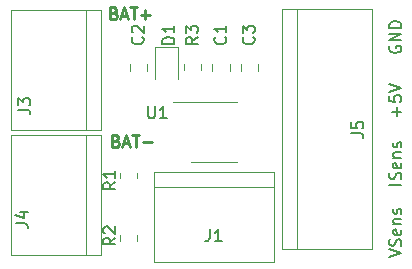
<source format=gbr>
%TF.GenerationSoftware,KiCad,Pcbnew,7.0.8*%
%TF.CreationDate,2024-03-30T04:59:33+03:00*%
%TF.ProjectId,PowerSensor,506f7765-7253-4656-9e73-6f722e6b6963,rev?*%
%TF.SameCoordinates,Original*%
%TF.FileFunction,Legend,Top*%
%TF.FilePolarity,Positive*%
%FSLAX46Y46*%
G04 Gerber Fmt 4.6, Leading zero omitted, Abs format (unit mm)*
G04 Created by KiCad (PCBNEW 7.0.8) date 2024-03-30 04:59:33*
%MOMM*%
%LPD*%
G01*
G04 APERTURE LIST*
%ADD10C,0.150000*%
%ADD11C,0.250000*%
%ADD12C,0.120000*%
G04 APERTURE END LIST*
D10*
X125069819Y-96663220D02*
X124069819Y-96663220D01*
X125022200Y-96234649D02*
X125069819Y-96091792D01*
X125069819Y-96091792D02*
X125069819Y-95853697D01*
X125069819Y-95853697D02*
X125022200Y-95758459D01*
X125022200Y-95758459D02*
X124974580Y-95710840D01*
X124974580Y-95710840D02*
X124879342Y-95663221D01*
X124879342Y-95663221D02*
X124784104Y-95663221D01*
X124784104Y-95663221D02*
X124688866Y-95710840D01*
X124688866Y-95710840D02*
X124641247Y-95758459D01*
X124641247Y-95758459D02*
X124593628Y-95853697D01*
X124593628Y-95853697D02*
X124546009Y-96044173D01*
X124546009Y-96044173D02*
X124498390Y-96139411D01*
X124498390Y-96139411D02*
X124450771Y-96187030D01*
X124450771Y-96187030D02*
X124355533Y-96234649D01*
X124355533Y-96234649D02*
X124260295Y-96234649D01*
X124260295Y-96234649D02*
X124165057Y-96187030D01*
X124165057Y-96187030D02*
X124117438Y-96139411D01*
X124117438Y-96139411D02*
X124069819Y-96044173D01*
X124069819Y-96044173D02*
X124069819Y-95806078D01*
X124069819Y-95806078D02*
X124117438Y-95663221D01*
X125022200Y-94853697D02*
X125069819Y-94948935D01*
X125069819Y-94948935D02*
X125069819Y-95139411D01*
X125069819Y-95139411D02*
X125022200Y-95234649D01*
X125022200Y-95234649D02*
X124926961Y-95282268D01*
X124926961Y-95282268D02*
X124546009Y-95282268D01*
X124546009Y-95282268D02*
X124450771Y-95234649D01*
X124450771Y-95234649D02*
X124403152Y-95139411D01*
X124403152Y-95139411D02*
X124403152Y-94948935D01*
X124403152Y-94948935D02*
X124450771Y-94853697D01*
X124450771Y-94853697D02*
X124546009Y-94806078D01*
X124546009Y-94806078D02*
X124641247Y-94806078D01*
X124641247Y-94806078D02*
X124736485Y-95282268D01*
X124403152Y-94377506D02*
X125069819Y-94377506D01*
X124498390Y-94377506D02*
X124450771Y-94329887D01*
X124450771Y-94329887D02*
X124403152Y-94234649D01*
X124403152Y-94234649D02*
X124403152Y-94091792D01*
X124403152Y-94091792D02*
X124450771Y-93996554D01*
X124450771Y-93996554D02*
X124546009Y-93948935D01*
X124546009Y-93948935D02*
X125069819Y-93948935D01*
X125022200Y-93520363D02*
X125069819Y-93425125D01*
X125069819Y-93425125D02*
X125069819Y-93234649D01*
X125069819Y-93234649D02*
X125022200Y-93139411D01*
X125022200Y-93139411D02*
X124926961Y-93091792D01*
X124926961Y-93091792D02*
X124879342Y-93091792D01*
X124879342Y-93091792D02*
X124784104Y-93139411D01*
X124784104Y-93139411D02*
X124736485Y-93234649D01*
X124736485Y-93234649D02*
X124736485Y-93377506D01*
X124736485Y-93377506D02*
X124688866Y-93472744D01*
X124688866Y-93472744D02*
X124593628Y-93520363D01*
X124593628Y-93520363D02*
X124546009Y-93520363D01*
X124546009Y-93520363D02*
X124450771Y-93472744D01*
X124450771Y-93472744D02*
X124403152Y-93377506D01*
X124403152Y-93377506D02*
X124403152Y-93234649D01*
X124403152Y-93234649D02*
X124450771Y-93139411D01*
X124117438Y-84939411D02*
X124069819Y-85034649D01*
X124069819Y-85034649D02*
X124069819Y-85177506D01*
X124069819Y-85177506D02*
X124117438Y-85320363D01*
X124117438Y-85320363D02*
X124212676Y-85415601D01*
X124212676Y-85415601D02*
X124307914Y-85463220D01*
X124307914Y-85463220D02*
X124498390Y-85510839D01*
X124498390Y-85510839D02*
X124641247Y-85510839D01*
X124641247Y-85510839D02*
X124831723Y-85463220D01*
X124831723Y-85463220D02*
X124926961Y-85415601D01*
X124926961Y-85415601D02*
X125022200Y-85320363D01*
X125022200Y-85320363D02*
X125069819Y-85177506D01*
X125069819Y-85177506D02*
X125069819Y-85082268D01*
X125069819Y-85082268D02*
X125022200Y-84939411D01*
X125022200Y-84939411D02*
X124974580Y-84891792D01*
X124974580Y-84891792D02*
X124641247Y-84891792D01*
X124641247Y-84891792D02*
X124641247Y-85082268D01*
X125069819Y-84463220D02*
X124069819Y-84463220D01*
X124069819Y-84463220D02*
X125069819Y-83891792D01*
X125069819Y-83891792D02*
X124069819Y-83891792D01*
X125069819Y-83415601D02*
X124069819Y-83415601D01*
X124069819Y-83415601D02*
X124069819Y-83177506D01*
X124069819Y-83177506D02*
X124117438Y-83034649D01*
X124117438Y-83034649D02*
X124212676Y-82939411D01*
X124212676Y-82939411D02*
X124307914Y-82891792D01*
X124307914Y-82891792D02*
X124498390Y-82844173D01*
X124498390Y-82844173D02*
X124641247Y-82844173D01*
X124641247Y-82844173D02*
X124831723Y-82891792D01*
X124831723Y-82891792D02*
X124926961Y-82939411D01*
X124926961Y-82939411D02*
X125022200Y-83034649D01*
X125022200Y-83034649D02*
X125069819Y-83177506D01*
X125069819Y-83177506D02*
X125069819Y-83415601D01*
X124688866Y-90863220D02*
X124688866Y-90101316D01*
X125069819Y-90482268D02*
X124307914Y-90482268D01*
X124069819Y-89148935D02*
X124069819Y-89625125D01*
X124069819Y-89625125D02*
X124546009Y-89672744D01*
X124546009Y-89672744D02*
X124498390Y-89625125D01*
X124498390Y-89625125D02*
X124450771Y-89529887D01*
X124450771Y-89529887D02*
X124450771Y-89291792D01*
X124450771Y-89291792D02*
X124498390Y-89196554D01*
X124498390Y-89196554D02*
X124546009Y-89148935D01*
X124546009Y-89148935D02*
X124641247Y-89101316D01*
X124641247Y-89101316D02*
X124879342Y-89101316D01*
X124879342Y-89101316D02*
X124974580Y-89148935D01*
X124974580Y-89148935D02*
X125022200Y-89196554D01*
X125022200Y-89196554D02*
X125069819Y-89291792D01*
X125069819Y-89291792D02*
X125069819Y-89529887D01*
X125069819Y-89529887D02*
X125022200Y-89625125D01*
X125022200Y-89625125D02*
X124974580Y-89672744D01*
X124069819Y-88815601D02*
X125069819Y-88482268D01*
X125069819Y-88482268D02*
X124069819Y-88148935D01*
D11*
X100735901Y-82140809D02*
X100878758Y-82188428D01*
X100878758Y-82188428D02*
X100926377Y-82236047D01*
X100926377Y-82236047D02*
X100973996Y-82331285D01*
X100973996Y-82331285D02*
X100973996Y-82474142D01*
X100973996Y-82474142D02*
X100926377Y-82569380D01*
X100926377Y-82569380D02*
X100878758Y-82617000D01*
X100878758Y-82617000D02*
X100783520Y-82664619D01*
X100783520Y-82664619D02*
X100402568Y-82664619D01*
X100402568Y-82664619D02*
X100402568Y-81664619D01*
X100402568Y-81664619D02*
X100735901Y-81664619D01*
X100735901Y-81664619D02*
X100831139Y-81712238D01*
X100831139Y-81712238D02*
X100878758Y-81759857D01*
X100878758Y-81759857D02*
X100926377Y-81855095D01*
X100926377Y-81855095D02*
X100926377Y-81950333D01*
X100926377Y-81950333D02*
X100878758Y-82045571D01*
X100878758Y-82045571D02*
X100831139Y-82093190D01*
X100831139Y-82093190D02*
X100735901Y-82140809D01*
X100735901Y-82140809D02*
X100402568Y-82140809D01*
X101354949Y-82378904D02*
X101831139Y-82378904D01*
X101259711Y-82664619D02*
X101593044Y-81664619D01*
X101593044Y-81664619D02*
X101926377Y-82664619D01*
X102116854Y-81664619D02*
X102688282Y-81664619D01*
X102402568Y-82664619D02*
X102402568Y-81664619D01*
X103021616Y-82283666D02*
X103783521Y-82283666D01*
X103402568Y-82664619D02*
X103402568Y-81902714D01*
X100935901Y-92940809D02*
X101078758Y-92988428D01*
X101078758Y-92988428D02*
X101126377Y-93036047D01*
X101126377Y-93036047D02*
X101173996Y-93131285D01*
X101173996Y-93131285D02*
X101173996Y-93274142D01*
X101173996Y-93274142D02*
X101126377Y-93369380D01*
X101126377Y-93369380D02*
X101078758Y-93417000D01*
X101078758Y-93417000D02*
X100983520Y-93464619D01*
X100983520Y-93464619D02*
X100602568Y-93464619D01*
X100602568Y-93464619D02*
X100602568Y-92464619D01*
X100602568Y-92464619D02*
X100935901Y-92464619D01*
X100935901Y-92464619D02*
X101031139Y-92512238D01*
X101031139Y-92512238D02*
X101078758Y-92559857D01*
X101078758Y-92559857D02*
X101126377Y-92655095D01*
X101126377Y-92655095D02*
X101126377Y-92750333D01*
X101126377Y-92750333D02*
X101078758Y-92845571D01*
X101078758Y-92845571D02*
X101031139Y-92893190D01*
X101031139Y-92893190D02*
X100935901Y-92940809D01*
X100935901Y-92940809D02*
X100602568Y-92940809D01*
X101554949Y-93178904D02*
X102031139Y-93178904D01*
X101459711Y-93464619D02*
X101793044Y-92464619D01*
X101793044Y-92464619D02*
X102126377Y-93464619D01*
X102316854Y-92464619D02*
X102888282Y-92464619D01*
X102602568Y-93464619D02*
X102602568Y-92464619D01*
X103221616Y-93083666D02*
X103983521Y-93083666D01*
D10*
X124069819Y-102806077D02*
X125069819Y-102472744D01*
X125069819Y-102472744D02*
X124069819Y-102139411D01*
X125022200Y-101853696D02*
X125069819Y-101710839D01*
X125069819Y-101710839D02*
X125069819Y-101472744D01*
X125069819Y-101472744D02*
X125022200Y-101377506D01*
X125022200Y-101377506D02*
X124974580Y-101329887D01*
X124974580Y-101329887D02*
X124879342Y-101282268D01*
X124879342Y-101282268D02*
X124784104Y-101282268D01*
X124784104Y-101282268D02*
X124688866Y-101329887D01*
X124688866Y-101329887D02*
X124641247Y-101377506D01*
X124641247Y-101377506D02*
X124593628Y-101472744D01*
X124593628Y-101472744D02*
X124546009Y-101663220D01*
X124546009Y-101663220D02*
X124498390Y-101758458D01*
X124498390Y-101758458D02*
X124450771Y-101806077D01*
X124450771Y-101806077D02*
X124355533Y-101853696D01*
X124355533Y-101853696D02*
X124260295Y-101853696D01*
X124260295Y-101853696D02*
X124165057Y-101806077D01*
X124165057Y-101806077D02*
X124117438Y-101758458D01*
X124117438Y-101758458D02*
X124069819Y-101663220D01*
X124069819Y-101663220D02*
X124069819Y-101425125D01*
X124069819Y-101425125D02*
X124117438Y-101282268D01*
X125022200Y-100472744D02*
X125069819Y-100567982D01*
X125069819Y-100567982D02*
X125069819Y-100758458D01*
X125069819Y-100758458D02*
X125022200Y-100853696D01*
X125022200Y-100853696D02*
X124926961Y-100901315D01*
X124926961Y-100901315D02*
X124546009Y-100901315D01*
X124546009Y-100901315D02*
X124450771Y-100853696D01*
X124450771Y-100853696D02*
X124403152Y-100758458D01*
X124403152Y-100758458D02*
X124403152Y-100567982D01*
X124403152Y-100567982D02*
X124450771Y-100472744D01*
X124450771Y-100472744D02*
X124546009Y-100425125D01*
X124546009Y-100425125D02*
X124641247Y-100425125D01*
X124641247Y-100425125D02*
X124736485Y-100901315D01*
X124403152Y-99996553D02*
X125069819Y-99996553D01*
X124498390Y-99996553D02*
X124450771Y-99948934D01*
X124450771Y-99948934D02*
X124403152Y-99853696D01*
X124403152Y-99853696D02*
X124403152Y-99710839D01*
X124403152Y-99710839D02*
X124450771Y-99615601D01*
X124450771Y-99615601D02*
X124546009Y-99567982D01*
X124546009Y-99567982D02*
X125069819Y-99567982D01*
X125022200Y-99139410D02*
X125069819Y-99044172D01*
X125069819Y-99044172D02*
X125069819Y-98853696D01*
X125069819Y-98853696D02*
X125022200Y-98758458D01*
X125022200Y-98758458D02*
X124926961Y-98710839D01*
X124926961Y-98710839D02*
X124879342Y-98710839D01*
X124879342Y-98710839D02*
X124784104Y-98758458D01*
X124784104Y-98758458D02*
X124736485Y-98853696D01*
X124736485Y-98853696D02*
X124736485Y-98996553D01*
X124736485Y-98996553D02*
X124688866Y-99091791D01*
X124688866Y-99091791D02*
X124593628Y-99139410D01*
X124593628Y-99139410D02*
X124546009Y-99139410D01*
X124546009Y-99139410D02*
X124450771Y-99091791D01*
X124450771Y-99091791D02*
X124403152Y-98996553D01*
X124403152Y-98996553D02*
X124403152Y-98853696D01*
X124403152Y-98853696D02*
X124450771Y-98758458D01*
X92654819Y-90333333D02*
X93369104Y-90333333D01*
X93369104Y-90333333D02*
X93511961Y-90380952D01*
X93511961Y-90380952D02*
X93607200Y-90476190D01*
X93607200Y-90476190D02*
X93654819Y-90619047D01*
X93654819Y-90619047D02*
X93654819Y-90714285D01*
X92654819Y-89952380D02*
X92654819Y-89333333D01*
X92654819Y-89333333D02*
X93035771Y-89666666D01*
X93035771Y-89666666D02*
X93035771Y-89523809D01*
X93035771Y-89523809D02*
X93083390Y-89428571D01*
X93083390Y-89428571D02*
X93131009Y-89380952D01*
X93131009Y-89380952D02*
X93226247Y-89333333D01*
X93226247Y-89333333D02*
X93464342Y-89333333D01*
X93464342Y-89333333D02*
X93559580Y-89380952D01*
X93559580Y-89380952D02*
X93607200Y-89428571D01*
X93607200Y-89428571D02*
X93654819Y-89523809D01*
X93654819Y-89523809D02*
X93654819Y-89809523D01*
X93654819Y-89809523D02*
X93607200Y-89904761D01*
X93607200Y-89904761D02*
X93559580Y-89952380D01*
X112559580Y-84166666D02*
X112607200Y-84214285D01*
X112607200Y-84214285D02*
X112654819Y-84357142D01*
X112654819Y-84357142D02*
X112654819Y-84452380D01*
X112654819Y-84452380D02*
X112607200Y-84595237D01*
X112607200Y-84595237D02*
X112511961Y-84690475D01*
X112511961Y-84690475D02*
X112416723Y-84738094D01*
X112416723Y-84738094D02*
X112226247Y-84785713D01*
X112226247Y-84785713D02*
X112083390Y-84785713D01*
X112083390Y-84785713D02*
X111892914Y-84738094D01*
X111892914Y-84738094D02*
X111797676Y-84690475D01*
X111797676Y-84690475D02*
X111702438Y-84595237D01*
X111702438Y-84595237D02*
X111654819Y-84452380D01*
X111654819Y-84452380D02*
X111654819Y-84357142D01*
X111654819Y-84357142D02*
X111702438Y-84214285D01*
X111702438Y-84214285D02*
X111750057Y-84166666D01*
X111654819Y-83833332D02*
X111654819Y-83214285D01*
X111654819Y-83214285D02*
X112035771Y-83547618D01*
X112035771Y-83547618D02*
X112035771Y-83404761D01*
X112035771Y-83404761D02*
X112083390Y-83309523D01*
X112083390Y-83309523D02*
X112131009Y-83261904D01*
X112131009Y-83261904D02*
X112226247Y-83214285D01*
X112226247Y-83214285D02*
X112464342Y-83214285D01*
X112464342Y-83214285D02*
X112559580Y-83261904D01*
X112559580Y-83261904D02*
X112607200Y-83309523D01*
X112607200Y-83309523D02*
X112654819Y-83404761D01*
X112654819Y-83404761D02*
X112654819Y-83690475D01*
X112654819Y-83690475D02*
X112607200Y-83785713D01*
X112607200Y-83785713D02*
X112559580Y-83833332D01*
X110159580Y-84166666D02*
X110207200Y-84214285D01*
X110207200Y-84214285D02*
X110254819Y-84357142D01*
X110254819Y-84357142D02*
X110254819Y-84452380D01*
X110254819Y-84452380D02*
X110207200Y-84595237D01*
X110207200Y-84595237D02*
X110111961Y-84690475D01*
X110111961Y-84690475D02*
X110016723Y-84738094D01*
X110016723Y-84738094D02*
X109826247Y-84785713D01*
X109826247Y-84785713D02*
X109683390Y-84785713D01*
X109683390Y-84785713D02*
X109492914Y-84738094D01*
X109492914Y-84738094D02*
X109397676Y-84690475D01*
X109397676Y-84690475D02*
X109302438Y-84595237D01*
X109302438Y-84595237D02*
X109254819Y-84452380D01*
X109254819Y-84452380D02*
X109254819Y-84357142D01*
X109254819Y-84357142D02*
X109302438Y-84214285D01*
X109302438Y-84214285D02*
X109350057Y-84166666D01*
X110254819Y-83214285D02*
X110254819Y-83785713D01*
X110254819Y-83499999D02*
X109254819Y-83499999D01*
X109254819Y-83499999D02*
X109397676Y-83595237D01*
X109397676Y-83595237D02*
X109492914Y-83690475D01*
X109492914Y-83690475D02*
X109540533Y-83785713D01*
X105854819Y-84738094D02*
X104854819Y-84738094D01*
X104854819Y-84738094D02*
X104854819Y-84499999D01*
X104854819Y-84499999D02*
X104902438Y-84357142D01*
X104902438Y-84357142D02*
X104997676Y-84261904D01*
X104997676Y-84261904D02*
X105092914Y-84214285D01*
X105092914Y-84214285D02*
X105283390Y-84166666D01*
X105283390Y-84166666D02*
X105426247Y-84166666D01*
X105426247Y-84166666D02*
X105616723Y-84214285D01*
X105616723Y-84214285D02*
X105711961Y-84261904D01*
X105711961Y-84261904D02*
X105807200Y-84357142D01*
X105807200Y-84357142D02*
X105854819Y-84499999D01*
X105854819Y-84499999D02*
X105854819Y-84738094D01*
X105854819Y-83214285D02*
X105854819Y-83785713D01*
X105854819Y-83499999D02*
X104854819Y-83499999D01*
X104854819Y-83499999D02*
X104997676Y-83595237D01*
X104997676Y-83595237D02*
X105092914Y-83690475D01*
X105092914Y-83690475D02*
X105140533Y-83785713D01*
X103159580Y-84166666D02*
X103207200Y-84214285D01*
X103207200Y-84214285D02*
X103254819Y-84357142D01*
X103254819Y-84357142D02*
X103254819Y-84452380D01*
X103254819Y-84452380D02*
X103207200Y-84595237D01*
X103207200Y-84595237D02*
X103111961Y-84690475D01*
X103111961Y-84690475D02*
X103016723Y-84738094D01*
X103016723Y-84738094D02*
X102826247Y-84785713D01*
X102826247Y-84785713D02*
X102683390Y-84785713D01*
X102683390Y-84785713D02*
X102492914Y-84738094D01*
X102492914Y-84738094D02*
X102397676Y-84690475D01*
X102397676Y-84690475D02*
X102302438Y-84595237D01*
X102302438Y-84595237D02*
X102254819Y-84452380D01*
X102254819Y-84452380D02*
X102254819Y-84357142D01*
X102254819Y-84357142D02*
X102302438Y-84214285D01*
X102302438Y-84214285D02*
X102350057Y-84166666D01*
X102350057Y-83785713D02*
X102302438Y-83738094D01*
X102302438Y-83738094D02*
X102254819Y-83642856D01*
X102254819Y-83642856D02*
X102254819Y-83404761D01*
X102254819Y-83404761D02*
X102302438Y-83309523D01*
X102302438Y-83309523D02*
X102350057Y-83261904D01*
X102350057Y-83261904D02*
X102445295Y-83214285D01*
X102445295Y-83214285D02*
X102540533Y-83214285D01*
X102540533Y-83214285D02*
X102683390Y-83261904D01*
X102683390Y-83261904D02*
X103254819Y-83833332D01*
X103254819Y-83833332D02*
X103254819Y-83214285D01*
X103638095Y-90054819D02*
X103638095Y-90864342D01*
X103638095Y-90864342D02*
X103685714Y-90959580D01*
X103685714Y-90959580D02*
X103733333Y-91007200D01*
X103733333Y-91007200D02*
X103828571Y-91054819D01*
X103828571Y-91054819D02*
X104019047Y-91054819D01*
X104019047Y-91054819D02*
X104114285Y-91007200D01*
X104114285Y-91007200D02*
X104161904Y-90959580D01*
X104161904Y-90959580D02*
X104209523Y-90864342D01*
X104209523Y-90864342D02*
X104209523Y-90054819D01*
X105209523Y-91054819D02*
X104638095Y-91054819D01*
X104923809Y-91054819D02*
X104923809Y-90054819D01*
X104923809Y-90054819D02*
X104828571Y-90197676D01*
X104828571Y-90197676D02*
X104733333Y-90292914D01*
X104733333Y-90292914D02*
X104638095Y-90340533D01*
X120854819Y-92333333D02*
X121569104Y-92333333D01*
X121569104Y-92333333D02*
X121711961Y-92380952D01*
X121711961Y-92380952D02*
X121807200Y-92476190D01*
X121807200Y-92476190D02*
X121854819Y-92619047D01*
X121854819Y-92619047D02*
X121854819Y-92714285D01*
X120854819Y-91380952D02*
X120854819Y-91857142D01*
X120854819Y-91857142D02*
X121331009Y-91904761D01*
X121331009Y-91904761D02*
X121283390Y-91857142D01*
X121283390Y-91857142D02*
X121235771Y-91761904D01*
X121235771Y-91761904D02*
X121235771Y-91523809D01*
X121235771Y-91523809D02*
X121283390Y-91428571D01*
X121283390Y-91428571D02*
X121331009Y-91380952D01*
X121331009Y-91380952D02*
X121426247Y-91333333D01*
X121426247Y-91333333D02*
X121664342Y-91333333D01*
X121664342Y-91333333D02*
X121759580Y-91380952D01*
X121759580Y-91380952D02*
X121807200Y-91428571D01*
X121807200Y-91428571D02*
X121854819Y-91523809D01*
X121854819Y-91523809D02*
X121854819Y-91761904D01*
X121854819Y-91761904D02*
X121807200Y-91857142D01*
X121807200Y-91857142D02*
X121759580Y-91904761D01*
X100854819Y-101166666D02*
X100378628Y-101499999D01*
X100854819Y-101738094D02*
X99854819Y-101738094D01*
X99854819Y-101738094D02*
X99854819Y-101357142D01*
X99854819Y-101357142D02*
X99902438Y-101261904D01*
X99902438Y-101261904D02*
X99950057Y-101214285D01*
X99950057Y-101214285D02*
X100045295Y-101166666D01*
X100045295Y-101166666D02*
X100188152Y-101166666D01*
X100188152Y-101166666D02*
X100283390Y-101214285D01*
X100283390Y-101214285D02*
X100331009Y-101261904D01*
X100331009Y-101261904D02*
X100378628Y-101357142D01*
X100378628Y-101357142D02*
X100378628Y-101738094D01*
X99950057Y-100785713D02*
X99902438Y-100738094D01*
X99902438Y-100738094D02*
X99854819Y-100642856D01*
X99854819Y-100642856D02*
X99854819Y-100404761D01*
X99854819Y-100404761D02*
X99902438Y-100309523D01*
X99902438Y-100309523D02*
X99950057Y-100261904D01*
X99950057Y-100261904D02*
X100045295Y-100214285D01*
X100045295Y-100214285D02*
X100140533Y-100214285D01*
X100140533Y-100214285D02*
X100283390Y-100261904D01*
X100283390Y-100261904D02*
X100854819Y-100833332D01*
X100854819Y-100833332D02*
X100854819Y-100214285D01*
X92454819Y-99933333D02*
X93169104Y-99933333D01*
X93169104Y-99933333D02*
X93311961Y-99980952D01*
X93311961Y-99980952D02*
X93407200Y-100076190D01*
X93407200Y-100076190D02*
X93454819Y-100219047D01*
X93454819Y-100219047D02*
X93454819Y-100314285D01*
X92788152Y-99028571D02*
X93454819Y-99028571D01*
X92407200Y-99266666D02*
X93121485Y-99504761D01*
X93121485Y-99504761D02*
X93121485Y-98885714D01*
X100854819Y-96479166D02*
X100378628Y-96812499D01*
X100854819Y-97050594D02*
X99854819Y-97050594D01*
X99854819Y-97050594D02*
X99854819Y-96669642D01*
X99854819Y-96669642D02*
X99902438Y-96574404D01*
X99902438Y-96574404D02*
X99950057Y-96526785D01*
X99950057Y-96526785D02*
X100045295Y-96479166D01*
X100045295Y-96479166D02*
X100188152Y-96479166D01*
X100188152Y-96479166D02*
X100283390Y-96526785D01*
X100283390Y-96526785D02*
X100331009Y-96574404D01*
X100331009Y-96574404D02*
X100378628Y-96669642D01*
X100378628Y-96669642D02*
X100378628Y-97050594D01*
X100854819Y-95526785D02*
X100854819Y-96098213D01*
X100854819Y-95812499D02*
X99854819Y-95812499D01*
X99854819Y-95812499D02*
X99997676Y-95907737D01*
X99997676Y-95907737D02*
X100092914Y-96002975D01*
X100092914Y-96002975D02*
X100140533Y-96098213D01*
X108866666Y-100454819D02*
X108866666Y-101169104D01*
X108866666Y-101169104D02*
X108819047Y-101311961D01*
X108819047Y-101311961D02*
X108723809Y-101407200D01*
X108723809Y-101407200D02*
X108580952Y-101454819D01*
X108580952Y-101454819D02*
X108485714Y-101454819D01*
X109866666Y-101454819D02*
X109295238Y-101454819D01*
X109580952Y-101454819D02*
X109580952Y-100454819D01*
X109580952Y-100454819D02*
X109485714Y-100597676D01*
X109485714Y-100597676D02*
X109390476Y-100692914D01*
X109390476Y-100692914D02*
X109295238Y-100740533D01*
X107854819Y-84166666D02*
X107378628Y-84499999D01*
X107854819Y-84738094D02*
X106854819Y-84738094D01*
X106854819Y-84738094D02*
X106854819Y-84357142D01*
X106854819Y-84357142D02*
X106902438Y-84261904D01*
X106902438Y-84261904D02*
X106950057Y-84214285D01*
X106950057Y-84214285D02*
X107045295Y-84166666D01*
X107045295Y-84166666D02*
X107188152Y-84166666D01*
X107188152Y-84166666D02*
X107283390Y-84214285D01*
X107283390Y-84214285D02*
X107331009Y-84261904D01*
X107331009Y-84261904D02*
X107378628Y-84357142D01*
X107378628Y-84357142D02*
X107378628Y-84738094D01*
X106854819Y-83833332D02*
X106854819Y-83214285D01*
X106854819Y-83214285D02*
X107235771Y-83547618D01*
X107235771Y-83547618D02*
X107235771Y-83404761D01*
X107235771Y-83404761D02*
X107283390Y-83309523D01*
X107283390Y-83309523D02*
X107331009Y-83261904D01*
X107331009Y-83261904D02*
X107426247Y-83214285D01*
X107426247Y-83214285D02*
X107664342Y-83214285D01*
X107664342Y-83214285D02*
X107759580Y-83261904D01*
X107759580Y-83261904D02*
X107807200Y-83309523D01*
X107807200Y-83309523D02*
X107854819Y-83404761D01*
X107854819Y-83404761D02*
X107854819Y-83690475D01*
X107854819Y-83690475D02*
X107807200Y-83785713D01*
X107807200Y-83785713D02*
X107759580Y-83833332D01*
D12*
%TO.C,J3*%
X91990000Y-92020000D02*
X99610000Y-92020000D01*
X99610000Y-92020000D02*
X99610000Y-81860000D01*
X91990000Y-81860000D02*
X91990000Y-92020000D01*
X98340000Y-81860000D02*
X98340000Y-92020000D01*
X99610000Y-81860000D02*
X91990000Y-81860000D01*
%TO.C,C3*%
X111465000Y-87011252D02*
X111465000Y-86488748D01*
X112935000Y-87011252D02*
X112935000Y-86488748D01*
%TO.C,C1*%
X109065000Y-87011252D02*
X109065000Y-86488748D01*
X110535000Y-87011252D02*
X110535000Y-86488748D01*
%TO.C,D1*%
X106160000Y-85052500D02*
X104240000Y-85052500D01*
X104240000Y-85052500D02*
X104240000Y-87737500D01*
X106160000Y-87737500D02*
X106160000Y-85052500D01*
%TO.C,C2*%
X102065000Y-87011252D02*
X102065000Y-86488748D01*
X103535000Y-87011252D02*
X103535000Y-86488748D01*
%TO.C,U1*%
X109200000Y-89640000D02*
X105750000Y-89640000D01*
X109200000Y-89640000D02*
X111150000Y-89640000D01*
X109200000Y-94760000D02*
X107250000Y-94760000D01*
X109200000Y-94760000D02*
X111150000Y-94760000D01*
%TO.C,J5*%
X122610000Y-81820000D02*
X114990000Y-81820000D01*
X122610000Y-81820000D02*
X122610000Y-102140000D01*
X114990000Y-81820000D02*
X114990000Y-102140000D01*
X116260000Y-102140000D02*
X116260000Y-81820000D01*
X114990000Y-102140000D02*
X122610000Y-102140000D01*
%TO.C,R2*%
X102735000Y-100972936D02*
X102735000Y-101427064D01*
X101265000Y-100972936D02*
X101265000Y-101427064D01*
%TO.C,J4*%
X91990000Y-102620000D02*
X99610000Y-102620000D01*
X99610000Y-102620000D02*
X99610000Y-92460000D01*
X91990000Y-92460000D02*
X91990000Y-102620000D01*
X98340000Y-92460000D02*
X98340000Y-102620000D01*
X99610000Y-92460000D02*
X91990000Y-92460000D01*
%TO.C,R1*%
X102735000Y-95685436D02*
X102735000Y-96139564D01*
X101265000Y-95685436D02*
X101265000Y-96139564D01*
%TO.C,J1*%
X114280000Y-103210000D02*
X114280000Y-95590000D01*
X114280000Y-95590000D02*
X104120000Y-95590000D01*
X104120000Y-103210000D02*
X114280000Y-103210000D01*
X104120000Y-96860000D02*
X114280000Y-96860000D01*
X104120000Y-95590000D02*
X104120000Y-103210000D01*
%TO.C,R3*%
X106665000Y-86939564D02*
X106665000Y-86485436D01*
X108135000Y-86939564D02*
X108135000Y-86485436D01*
%TD*%
M02*

</source>
